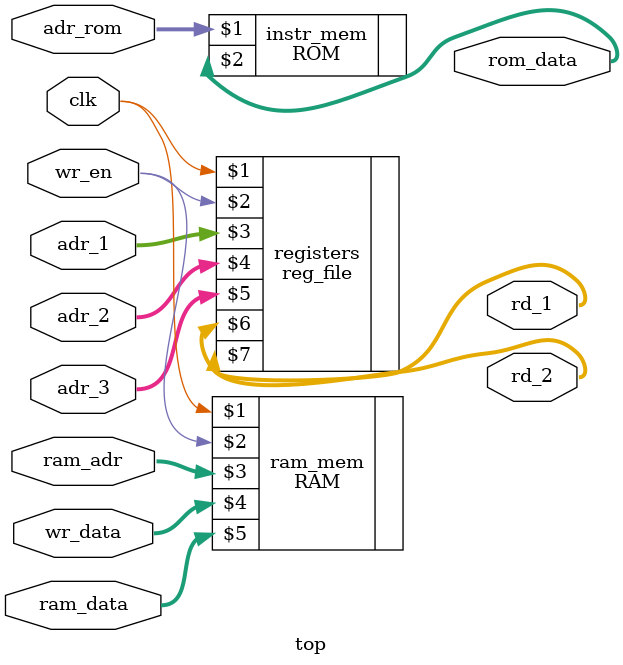
<source format=sv>
module top
(
  input logic [7:0] adr_rom,
  output logic [31:0] rom_data,


  input logic        clk,
  input logic        wr_en,
  input logic [31:0] wr_data,
  input logic [31:0] ram_adr,
  input logic [31:0] ram_data,
  input logic [4:0]  adr_1, adr_2, adr_3,
  
  output logic [31:0] rd_1, rd_2

);

ROM instr_mem (
  adr_rom,
  rom_data
);


RAM ram_mem (
  clk,
  wr_en,
  ram_adr,
  wr_data,
  
  ram_data
);
  


reg_file registers (
  clk,
  wr_en,
  adr_1, adr_2, adr_3,
  rd_1, rd_2
);

endmodule
</source>
